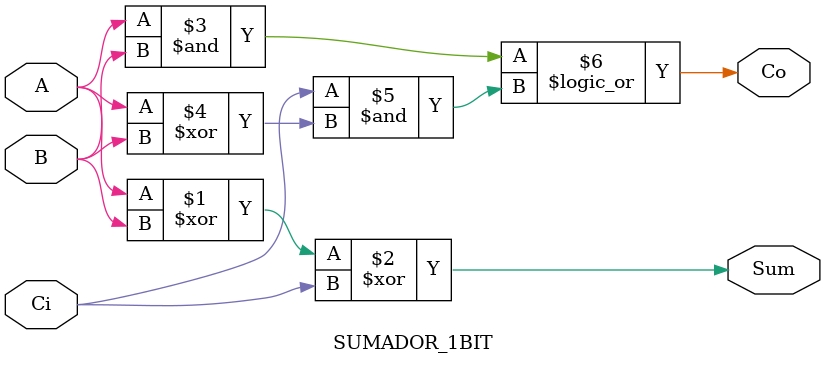
<source format=v>
module SUMADOR_1BIT(
    input A,B,
    input Ci,
    output Sum,
    output Co
);

assign Sum = (A ^ B) ^Ci;
assign Co = (A & B)||(Ci & (A ^ B));

endmodule
</source>
